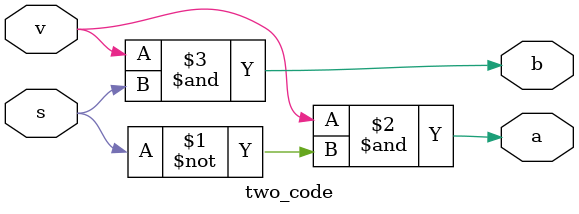
<source format=v>
`timescale 1ns / 1ps
module two_code(v,s,a,b);
input v,s;
output a,b;
wire a1,a2;
and g1(a,v,~s);
and g2(b,v,s);

endmodule
</source>
